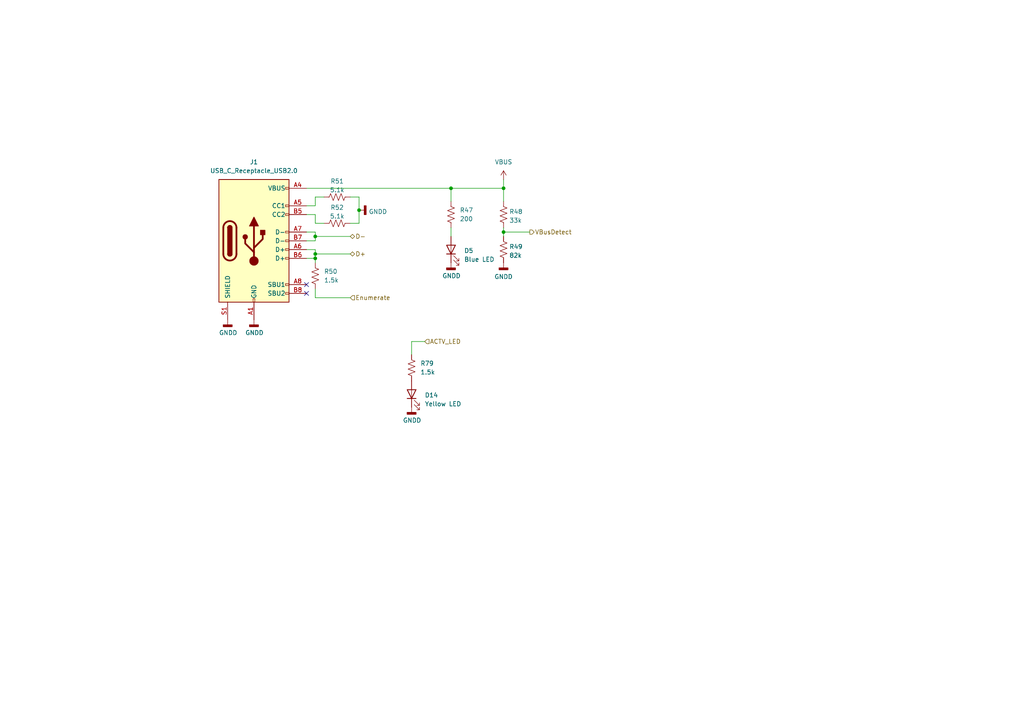
<source format=kicad_sch>
(kicad_sch (version 20211123) (generator eeschema)
  (paper "A4")
  (lib_symbols
    (symbol "Connector:USB_C_Receptacle_USB2.0" (pin_names (offset 1.016))
      (property "Reference" "J" (at -10.16 19.05 0))
      (property "Value" "USB_C_Receptacle_USB2.0" (at 19.05 19.05 0))
      (symbol "USB_C_Receptacle_USB2.0_0_0"
        (rectangle (start -0.254 -17.78) (end 0.254 -16.764))
        (rectangle (start 10.16 -14.986) (end 9.144 -15.494))
        (rectangle (start 10.16 -12.446) (end 9.144 -12.954))
        (rectangle (start 10.16 -4.826) (end 9.144 -5.334))
        (rectangle (start 10.16 -2.286) (end 9.144 -2.794))
        (rectangle (start 10.16 0.254) (end 9.144 -0.254))
        (rectangle (start 10.16 2.794) (end 9.144 2.286))
        (rectangle (start 10.16 7.874) (end 9.144 7.366))
        (rectangle (start 10.16 10.414) (end 9.144 9.906))
        (rectangle (start 10.16 15.494) (end 9.144 14.986))
      )
      (symbol "USB_C_Receptacle_USB2.0_0_1"
        (rectangle (start -10.16 17.78) (end 10.16 -17.78) (stroke (width 0.254)) (fill (type background)))
        (arc (start -8.89 -3.81) (mid -6.985 -5.715) (end -5.08 -3.81) (stroke (width 0.508)))
        (arc (start -7.62 -3.81) (mid -6.985 -4.445) (end -6.35 -3.81) (stroke (width 0.254)))
        (arc (start -7.62 -3.81) (mid -6.985 -4.445) (end -6.35 -3.81) (stroke (width 0.254)) (fill (type outline)))
        (rectangle (start -7.62 -3.81) (end -6.35 3.81) (stroke (width 0.254)) (fill (type outline)))
        (arc (start -6.35 3.81) (mid -6.985 4.445) (end -7.62 3.81) (stroke (width 0.254)))
        (arc (start -6.35 3.81) (mid -6.985 4.445) (end -7.62 3.81) (stroke (width 0.254)) (fill (type outline)))
        (arc (start -5.08 3.81) (mid -6.985 5.715) (end -8.89 3.81) (stroke (width 0.508)))
        (circle (center -2.54 1.143) (radius 0.635) (stroke (width 0.254)) (fill (type outline)))
        (circle (center 0 -5.842) (radius 1.27) (fill (type outline)))
        (polyline (pts (xy -8.89 -3.81) (xy -8.89 3.81)) (stroke (width 0.508)))
        (polyline (pts (xy -5.08 3.81) (xy -5.08 -3.81)) (stroke (width 0.508)))
        (polyline (pts (xy 0 -5.842) (xy 0 4.318)) (stroke (width 0.508)))
        (polyline (pts (xy 0 -3.302) (xy -2.54 -0.762) (xy -2.54 0.508)) (stroke (width 0.508)))
        (polyline (pts (xy 0 -2.032) (xy 2.54 0.508) (xy 2.54 1.778)) (stroke (width 0.508)))
        (polyline (pts (xy -1.27 4.318) (xy 0 6.858) (xy 1.27 4.318) (xy -1.27 4.318)) (stroke (width 0.254)) (fill (type outline)))
        (rectangle (start 1.905 1.778) (end 3.175 3.048) (stroke (width 0.254)) (fill (type outline)))
      )
      (symbol "USB_C_Receptacle_USB2.0_1_1"
        (pin passive line (at 0 -22.86 90) (length 5.08) (name "GND") (number "A1"))
        (pin passive line (at 0 -22.86 90) (length 5.08) hide (name "GND") (number "A12"))
        (pin passive line (at 15.24 15.24 180) (length 5.08) (name "VBUS") (number "A4"))
        (pin bidirectional line (at 15.24 10.16 180) (length 5.08) (name "CC1") (number "A5"))
        (pin bidirectional line (at 15.24 -2.54 180) (length 5.08) (name "D+") (number "A6"))
        (pin bidirectional line (at 15.24 2.54 180) (length 5.08) (name "D-") (number "A7"))
        (pin bidirectional line (at 15.24 -12.7 180) (length 5.08) (name "SBU1") (number "A8"))
        (pin passive line (at 15.24 15.24 180) (length 5.08) hide (name "VBUS") (number "A9"))
        (pin passive line (at 0 -22.86 90) (length 5.08) hide (name "GND") (number "B1"))
        (pin passive line (at 0 -22.86 90) (length 5.08) hide (name "GND") (number "B12"))
        (pin passive line (at 15.24 15.24 180) (length 5.08) hide (name "VBUS") (number "B4"))
        (pin bidirectional line (at 15.24 7.62 180) (length 5.08) (name "CC2") (number "B5"))
        (pin bidirectional line (at 15.24 -5.08 180) (length 5.08) (name "D+") (number "B6"))
        (pin bidirectional line (at 15.24 0 180) (length 5.08) (name "D-") (number "B7"))
        (pin bidirectional line (at 15.24 -15.24 180) (length 5.08) (name "SBU2") (number "B8"))
        (pin passive line (at 15.24 15.24 180) (length 5.08) hide (name "VBUS") (number "B9"))
        (pin passive line (at -7.62 -22.86 90) (length 5.08) (name "SHIELD") (number "S1"))
      )
    )
    (symbol "Device:LED" (pin_numbers hide) (pin_names (offset 1.016) hide)
      (property "Reference" "D" (at 0 2.54 0))
      (property "Value" "LED" (at 0 -2.54 0))
      (symbol "LED_0_1"
        (polyline (pts (xy -1.27 -1.27) (xy -1.27 1.27)) (stroke (width 0.254)))
        (polyline (pts (xy -1.27 0) (xy 1.27 0)))
        (polyline (pts (xy 1.27 -1.27) (xy 1.27 1.27) (xy -1.27 0) (xy 1.27 -1.27)) (stroke (width 0.254)))
        (polyline (pts (xy -3.048 -0.762) (xy -4.572 -2.286) (xy -3.81 -2.286) (xy -4.572 -2.286) (xy -4.572 -1.524)))
        (polyline (pts (xy -1.778 -0.762) (xy -3.302 -2.286) (xy -2.54 -2.286) (xy -3.302 -2.286) (xy -3.302 -1.524)))
      )
      (symbol "LED_1_1"
        (pin passive line (at -3.81 0 0) (length 2.54) (name "K") (number "1"))
        (pin passive line (at 3.81 0 180) (length 2.54) (name "A") (number "2"))
      )
    )
    (symbol "Device:R_US" (pin_numbers hide) (pin_names (offset 0))
      (property "Reference" "R" (at 2.54 0 90))
      (property "Value" "R_US" (at -2.54 0 90))
      (symbol "R_US_0_1"
        (polyline (pts (xy 0 -2.286) (xy 0 -2.54)))
        (polyline (pts (xy 0 2.286) (xy 0 2.54)))
        (polyline (pts (xy 0 -0.762) (xy 1.016 -1.143) (xy 0 -1.524) (xy -1.016 -1.905) (xy 0 -2.286)))
        (polyline (pts (xy 0 0.762) (xy 1.016 0.381) (xy 0 0) (xy -1.016 -0.381) (xy 0 -0.762)))
        (polyline (pts (xy 0 2.286) (xy 1.016 1.905) (xy 0 1.524) (xy -1.016 1.143) (xy 0 0.762)))
      )
      (symbol "R_US_1_1"
        (pin passive line (at 0 3.81 270) (length 1.27) (name "~") (number "1"))
        (pin passive line (at 0 -3.81 90) (length 1.27) (name "~") (number "2"))
      )
    )
    (symbol "power:GNDD" (power) (pin_names (offset 0))
      (property "Value" "GNDD" (at 0 -3.175 0))
      (symbol "GNDD_0_1"
        (rectangle (start -1.27 -1.524) (end 1.27 -2.032) (stroke (width 0.254)) (fill (type outline)))
        (polyline (pts (xy 0 0) (xy 0 -1.524)))
      )
      (symbol "GNDD_1_1"
        (pin power_in line (at 0 0 270) (length 0) hide (name "GNDD") (number "1"))
      )
    )
    (symbol "power:VBUS" (power) (pin_names (offset 0))
      (property "Value" "VBUS" (at 0 3.81 0))
      (symbol "VBUS_0_1"
        (polyline (pts (xy -0.762 1.27) (xy 0 2.54)))
        (polyline (pts (xy 0 0) (xy 0 2.54)))
        (polyline (pts (xy 0 2.54) (xy 0.762 1.27)))
      )
      (symbol "VBUS_1_1"
        (pin power_in line (at 0 0 90) (length 0) hide (name "VBUS") (number "1"))
      )
    )
  )
  (junction (at 146.05 67.31))
  (junction (at 91.44 68.58))
  (junction (at 91.44 73.66))
  (junction (at 91.44 74.93))
  (junction (at 146.05 54.61))
  (junction (at 104.14 60.96))
  (junction (at 130.81 54.61))
  (no_connect (at 88.9 85.09))
  (no_connect (at 88.9 82.55))
  (wire (pts (xy 130.81 54.61) (xy 146.05 54.61)))
  (wire (pts (xy 91.44 64.77) (xy 93.98 64.77)))
  (wire (pts (xy 146.05 67.31) (xy 146.05 68.58)))
  (wire (pts (xy 146.05 52.07) (xy 146.05 54.61)))
  (wire (pts (xy 146.05 66.04) (xy 146.05 67.31)))
  (wire (pts (xy 88.9 69.85) (xy 91.44 69.85)))
  (wire (pts (xy 104.14 57.15) (xy 101.6 57.15)))
  (wire (pts (xy 88.9 72.39) (xy 91.44 72.39)))
  (wire (pts (xy 104.14 60.96) (xy 104.14 57.15)))
  (wire (pts (xy 91.44 57.15) (xy 93.98 57.15)))
  (wire (pts (xy 91.44 73.66) (xy 91.44 74.93)))
  (wire (pts (xy 91.44 74.93) (xy 88.9 74.93)))
  (wire (pts (xy 91.44 62.23) (xy 91.44 64.77)))
  (wire (pts (xy 101.6 86.36) (xy 91.44 86.36)))
  (wire (pts (xy 91.44 68.58) (xy 101.6 68.58)))
  (wire (pts (xy 104.14 64.77) (xy 104.14 60.96)))
  (wire (pts (xy 130.81 54.61) (xy 130.81 58.42)))
  (wire (pts (xy 146.05 67.31) (xy 153.67 67.31)))
  (wire (pts (xy 91.44 74.93) (xy 91.44 76.2)))
  (wire (pts (xy 146.05 54.61) (xy 146.05 58.42)))
  (wire (pts (xy 91.44 68.58) (xy 91.44 67.31)))
  (wire (pts (xy 91.44 72.39) (xy 91.44 73.66)))
  (wire (pts (xy 88.9 59.69) (xy 91.44 59.69)))
  (wire (pts (xy 91.44 69.85) (xy 91.44 68.58)))
  (wire (pts (xy 130.81 66.04) (xy 130.81 68.58)))
  (wire (pts (xy 91.44 83.82) (xy 91.44 86.36)))
  (wire (pts (xy 101.6 64.77) (xy 104.14 64.77)))
  (wire (pts (xy 91.44 73.66) (xy 101.6 73.66)))
  (wire (pts (xy 119.38 99.06) (xy 123.19 99.06)))
  (wire (pts (xy 91.44 67.31) (xy 88.9 67.31)))
  (wire (pts (xy 88.9 54.61) (xy 130.81 54.61)))
  (wire (pts (xy 91.44 59.69) (xy 91.44 57.15)))
  (wire (pts (xy 88.9 62.23) (xy 91.44 62.23)))
  (wire (pts (xy 119.38 99.06) (xy 119.38 102.87)))
  (hierarchical_label "D-" (shape bidirectional) (at 101.6 68.58 0))
  (hierarchical_label "Enumerate" (shape input) (at 101.6 86.36 0))
  (hierarchical_label "ACTV_LED" (shape input) (at 123.19 99.06 0))
  (hierarchical_label "D+" (shape bidirectional) (at 101.6 73.66 0))
  (hierarchical_label "VBusDetect" (shape output) (at 153.67 67.31 0))
  (symbol (lib_id "Device:R_US") (at 146.05 72.39 0) (unit 1)
    (property "Reference" "R49" (at 147.701 71.5553 0) (effects (justify left)))
    (property "Value" "82k" (at 147.701 74.0922 0) (effects (justify left)))
    (property "Footprint" "Resistor_SMD:R_0603_1608Metric" (effects hide))
    (property "JLCPCB" "C23254" (effects hide))
  )
  (symbol (lib_id "Device:R_US") (at 130.81 62.23 0) (unit 1)
    (property "Reference" "R47" (at 133.35 60.9599 0) (effects (justify left)))
    (property "Value" "200" (at 133.35 63.4999 0) (effects (justify left)))
    (property "Footprint" "Resistor_SMD:R_0402_1005Metric" (effects hide))
    (property "JLCPCB" "C25087" (effects hide))
  )
  (symbol (lib_id "Device:R_US") (at 97.79 64.77 90) (unit 1)
    (property "Reference" "R52" (at 97.79 60.1812 90))
    (property "Value" "5.1k" (at 97.79 62.7181 90))
    (property "Footprint" "Resistor_SMD:R_0402_1005Metric" (effects hide))
    (property "JLCPCB" "C25905" (effects hide))
  )
  (symbol (lib_id "Device:R_US") (at 97.79 57.15 90) (unit 1)
    (property "Reference" "R51" (at 97.79 52.5612 90))
    (property "Value" "5.1k" (at 97.79 55.0981 90))
    (property "Footprint" "Resistor_SMD:R_0402_1005Metric" (effects hide))
    (property "JLCPCB" "C25905" (effects hide))
  )
  (symbol (lib_id "power:GNDD") (at 119.38 118.11 0) (unit 1)
    (property "Reference" "#PWR0128" (effects hide))
    (property "Value" "GNDD" (at 116.84 121.92 0) (effects (justify left)))
  )
  (symbol (lib_id "power:GNDD") (at 66.04 92.71 0) (unit 1)
    (property "Reference" "#PWR040" (effects hide))
    (property "Value" "GNDD" (at 63.5 96.52 0) (effects (justify left)))
  )
  (symbol (lib_id "Device:R_US") (at 91.44 80.01 0) (unit 1)
    (property "Reference" "R50" (at 93.98 78.7399 0) (effects (justify left)))
    (property "Value" "1.5k" (at 93.98 81.2799 0) (effects (justify left)))
    (property "Footprint" "Resistor_SMD:R_0402_1005Metric" (effects hide))
    (property "JLCPCB" "C25867" (effects hide))
  )
  (symbol (lib_id "power:GNDD") (at 73.66 92.71 0) (unit 1)
    (property "Reference" "#PWR044" (effects hide))
    (property "Value" "GNDD" (at 71.12 96.52 0) (effects (justify left)))
  )
  (symbol (lib_id "power:GNDD") (at 146.05 76.2 0) (unit 1)
    (property "Reference" "#PWR043" (effects hide))
    (property "Value" "GNDD" (at 146.05 80.2624 0))
  )
  (symbol (lib_id "Device:R_US") (at 119.38 106.68 0) (unit 1)
    (property "Reference" "R79" (at 121.92 105.4099 0) (effects (justify left)))
    (property "Value" "1.5k" (at 121.92 107.9499 0) (effects (justify left)))
    (property "Footprint" "Resistor_SMD:R_0402_1005Metric" (effects hide))
    (property "JLCPCB" "C25867" (effects hide))
  )
  (symbol (lib_id "Device:LED") (at 130.81 72.39 90) (unit 1)
    (property "Reference" "D5" (at 134.62 72.7074 90) (effects (justify right)))
    (property "Value" "Blue LED" (at 134.62 75.2474 90) (effects (justify right)))
    (property "Footprint" "Diode_SMD:D_0603_1608Metric" (effects hide))
    (property "JLCPCB" "C72041" (effects hide))
  )
  (symbol (lib_id "power:GNDD") (at 130.81 76.2 0) (unit 1)
    (property "Reference" "#PWR046" (effects hide))
    (property "Value" "GNDD" (at 128.27 80.01 0) (effects (justify left)))
  )
  (symbol (lib_id "Connector:USB_C_Receptacle_USB2.0") (at 73.66 69.85 0) (unit 1)
    (property "Reference" "J1" (at 73.66 46.99 0))
    (property "Value" "USB_C_Receptacle_USB2.0" (at 73.66 49.53 0))
    (property "Footprint" "Connector_USB:USB_C_Receptacle_GCT_USB4085" (effects hide))
    (property "Datasheet" "https://www.usb.org/sites/default/files/documents/usb_type-c.zip" (effects hide))
    (property "DigiKey" "2073-USB4085-GF-ACT-ND" (effects hide))
  )
  (symbol (lib_id "power:GNDD") (at 104.14 60.96 90) (unit 1)
    (property "Reference" "#PWR045" (effects hide))
    (property "Value" "GNDD" (at 106.934 61.3938 90) (effects (justify right)))
  )
  (symbol (lib_id "Device:LED") (at 119.38 114.3 90) (unit 1)
    (property "Reference" "D14" (at 123.19 114.6174 90) (effects (justify right)))
    (property "Value" "Yellow LED" (at 123.19 117.1574 90) (effects (justify right)))
    (property "Footprint" "Diode_SMD:D_0603_1608Metric" (effects hide))
    (property "JLCPCB" "C72038" (effects hide))
  )
  (symbol (lib_id "Device:R_US") (at 146.05 62.23 0) (unit 1)
    (property "Reference" "R48" (at 147.701 61.3953 0) (effects (justify left)))
    (property "Value" "33k" (at 147.701 63.9322 0) (effects (justify left)))
    (property "Footprint" "Resistor_SMD:R_0402_1005Metric" (effects hide))
    (property "JLCPCB" "C25779" (effects hide))
  )
  (symbol (lib_id "power:VBUS") (at 146.05 52.07 0) (unit 1)
    (property "Reference" "#PWR042" (effects hide))
    (property "Value" "VBUS" (at 146.05 46.99 0))
  )
)
</source>
